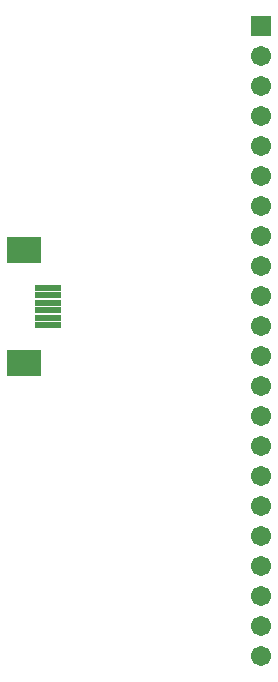
<source format=gbs>
G04*
G04 #@! TF.GenerationSoftware,Altium Limited,Altium Designer,18.0.12 (696)*
G04*
G04 Layer_Color=16711935*
%FSLAX25Y25*%
%MOIN*%
G70*
G01*
G75*
%ADD15R,0.11824X0.09068*%
%ADD16R,0.08674X0.02375*%
%ADD17C,0.06706*%
%ADD18R,0.06706X0.06706*%
D15*
X27138Y155248D02*
D03*
Y117752D02*
D03*
D16*
X35012Y142650D02*
D03*
Y140189D02*
D03*
Y137728D02*
D03*
Y135272D02*
D03*
Y132811D02*
D03*
Y130350D02*
D03*
D17*
X106122Y20122D02*
D03*
Y30122D02*
D03*
Y40122D02*
D03*
Y50122D02*
D03*
Y60122D02*
D03*
Y70122D02*
D03*
Y80122D02*
D03*
Y90122D02*
D03*
Y100122D02*
D03*
Y110122D02*
D03*
Y120122D02*
D03*
Y130122D02*
D03*
Y140122D02*
D03*
Y150122D02*
D03*
Y160122D02*
D03*
Y170122D02*
D03*
Y180122D02*
D03*
Y190122D02*
D03*
Y200122D02*
D03*
Y210122D02*
D03*
Y220122D02*
D03*
D18*
Y230122D02*
D03*
M02*

</source>
